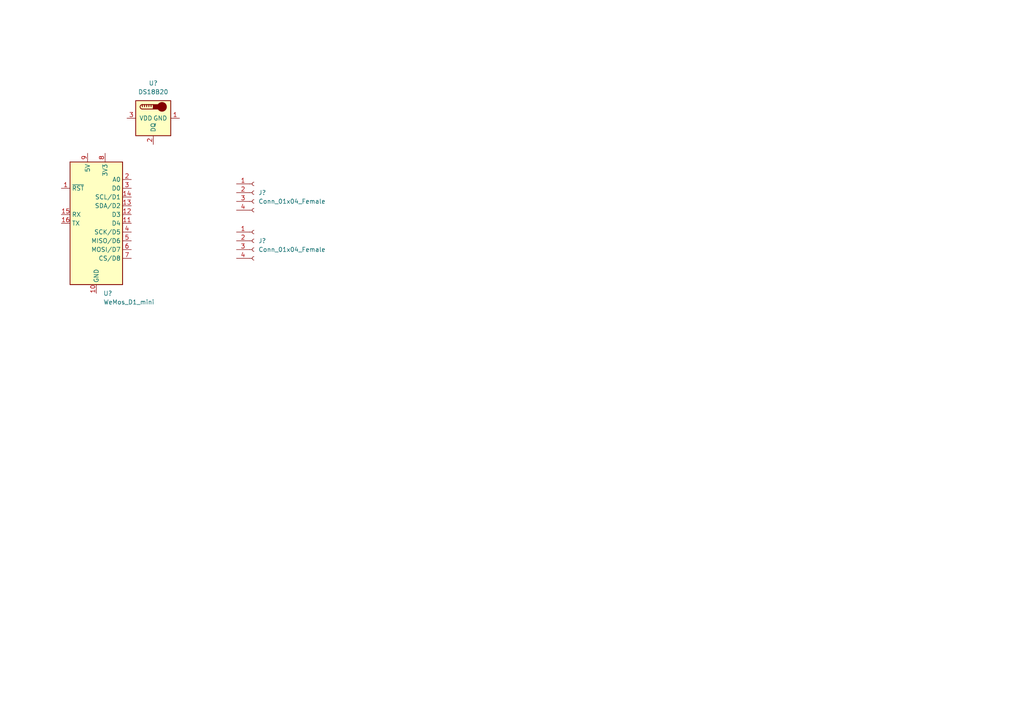
<source format=kicad_sch>
(kicad_sch (version 20211123) (generator eeschema)
  (paper "A4")
  (lib_symbols
    (symbol "Connector:Conn_01x04_Female" (pin_names (offset 1.016) hide)
      (property "Reference" "J" (at 0 5.08 0))
      (property "Value" "Conn_01x04_Female" (at 0 -7.62 0))
      (symbol "Conn_01x04_Female_1_1"
        (arc (start 0 -4.572) (mid -0.508 -5.08) (end 0 -5.588) (stroke (width 0.1524)))
        (arc (start 0 -2.032) (mid -0.508 -2.54) (end 0 -3.048) (stroke (width 0.1524)))
        (polyline (pts (xy -1.27 -5.08) (xy -0.508 -5.08)) (stroke (width 0.1524)))
        (polyline (pts (xy -1.27 -2.54) (xy -0.508 -2.54)) (stroke (width 0.1524)))
        (polyline (pts (xy -1.27 0) (xy -0.508 0)) (stroke (width 0.1524)))
        (polyline (pts (xy -1.27 2.54) (xy -0.508 2.54)) (stroke (width 0.1524)))
        (arc (start 0 0.508) (mid -0.508 0) (end 0 -0.508) (stroke (width 0.1524)))
        (arc (start 0 3.048) (mid -0.508 2.54) (end 0 2.032) (stroke (width 0.1524)))
        (pin passive line (at -5.08 2.54 0) (length 3.81) (name "Pin_1") (number "1"))
        (pin passive line (at -5.08 0 0) (length 3.81) (name "Pin_2") (number "2"))
        (pin passive line (at -5.08 -2.54 0) (length 3.81) (name "Pin_3") (number "3"))
        (pin passive line (at -5.08 -5.08 0) (length 3.81) (name "Pin_4") (number "4"))
      )
    )
    (symbol "MCU_Module:WeMos_D1_mini"
      (property "Reference" "U" (at 3.81 19.05 0))
      (property "Value" "WeMos_D1_mini" (at 1.27 -19.05 0))
      (symbol "WeMos_D1_mini_1_1"
        (rectangle (start -7.62 17.78) (end 7.62 -17.78) (stroke (width 0.254)) (fill (type background)))
        (pin input line (at -10.16 10.16 0) (length 2.54) (name "~{RST}") (number "1"))
        (pin power_in line (at 0 -20.32 90) (length 2.54) (name "GND") (number "10"))
        (pin bidirectional line (at 10.16 0 180) (length 2.54) (name "D4") (number "11"))
        (pin bidirectional line (at 10.16 2.54 180) (length 2.54) (name "D3") (number "12"))
        (pin bidirectional line (at 10.16 5.08 180) (length 2.54) (name "SDA/D2") (number "13"))
        (pin bidirectional line (at 10.16 7.62 180) (length 2.54) (name "SCL/D1") (number "14"))
        (pin input line (at -10.16 2.54 0) (length 2.54) (name "RX") (number "15"))
        (pin output line (at -10.16 0 0) (length 2.54) (name "TX") (number "16"))
        (pin input line (at 10.16 12.7 180) (length 2.54) (name "A0") (number "2"))
        (pin bidirectional line (at 10.16 10.16 180) (length 2.54) (name "D0") (number "3"))
        (pin bidirectional line (at 10.16 -2.54 180) (length 2.54) (name "SCK/D5") (number "4"))
        (pin bidirectional line (at 10.16 -5.08 180) (length 2.54) (name "MISO/D6") (number "5"))
        (pin bidirectional line (at 10.16 -7.62 180) (length 2.54) (name "MOSI/D7") (number "6"))
        (pin bidirectional line (at 10.16 -10.16 180) (length 2.54) (name "CS/D8") (number "7"))
        (pin power_out line (at 2.54 20.32 270) (length 2.54) (name "3V3") (number "8"))
        (pin power_in line (at -2.54 20.32 270) (length 2.54) (name "5V") (number "9"))
      )
    )
    (symbol "Sensor_Temperature:DS18B20" (pin_names (offset 1.016))
      (property "Reference" "U" (at -3.81 6.35 0))
      (property "Value" "DS18B20" (at 6.35 6.35 0))
      (symbol "DS18B20_0_1"
        (rectangle (start -5.08 5.08) (end 5.08 -5.08) (stroke (width 0.254)) (fill (type background)))
        (circle (center -3.302 -2.54) (radius 1.27) (stroke (width 0.254)) (fill (type outline)))
        (rectangle (start -2.667 -1.905) (end -3.937 0) (stroke (width 0.254)) (fill (type outline)))
        (arc (start -2.667 3.175) (mid -3.302 3.81) (end -3.937 3.175) (stroke (width 0.254)))
        (polyline (pts (xy -3.937 0.635) (xy -3.302 0.635)) (stroke (width 0.254)))
        (polyline (pts (xy -3.937 1.27) (xy -3.302 1.27)) (stroke (width 0.254)))
        (polyline (pts (xy -3.937 1.905) (xy -3.302 1.905)) (stroke (width 0.254)))
        (polyline (pts (xy -3.937 2.54) (xy -3.302 2.54)) (stroke (width 0.254)))
        (polyline (pts (xy -3.937 3.175) (xy -3.937 0)) (stroke (width 0.254)))
        (polyline (pts (xy -3.937 3.175) (xy -3.302 3.175)) (stroke (width 0.254)))
        (polyline (pts (xy -2.667 3.175) (xy -2.667 0)) (stroke (width 0.254)))
      )
      (symbol "DS18B20_1_1"
        (pin power_in line (at 0 -7.62 90) (length 2.54) (name "GND") (number "1"))
        (pin bidirectional line (at 7.62 0 180) (length 2.54) (name "DQ") (number "2"))
        (pin power_in line (at 0 7.62 270) (length 2.54) (name "VDD") (number "3"))
      )
    )
  )
  (symbol (lib_id "Sensor_Temperature:DS18B20") (at 44.45 34.29 90) (mirror x) (unit 1)
    (property "Reference" "U?" (at 44.45 24.13 90))
    (property "Value" "DS18B20" (at 44.45 26.67 90))
    (property "Footprint" "Package_TO_SOT_THT:TO-92_Inline" (effects hide))
    (property "Datasheet" "http://datasheets.maximintegrated.com/en/ds/DS18B20.pdf" (effects hide))
  )
  (symbol (lib_id "Connector:Conn_01x04_Female") (at 73.66 55.88 0) (unit 1)
    (property "Reference" "J?" (at 74.93 55.8799 0) (effects (justify left)))
    (property "Value" "Conn_01x04_Female" (at 74.93 58.4199 0) (effects (justify left)))
  )
  (symbol (lib_id "MCU_Module:WeMos_D1_mini") (at 27.94 64.77 0) (unit 1)
    (property "Reference" "U?" (at 29.9594 85.09 0) (effects (justify left)))
    (property "Value" "WeMos_D1_mini" (at 29.9594 87.63 0) (effects (justify left)))
    (property "Footprint" "Module:WEMOS_D1_mini_light" (effects hide))
    (property "Datasheet" "https://wiki.wemos.cc/products:d1:d1_mini#documentation" (effects hide))
  )
  (symbol (lib_id "Connector:Conn_01x04_Female") (at 73.66 69.85 0) (unit 1)
    (property "Reference" "J?" (at 74.93 69.8499 0) (effects (justify left)))
    (property "Value" "Conn_01x04_Female" (at 74.93 72.3899 0) (effects (justify left)))
  )
)
</source>
